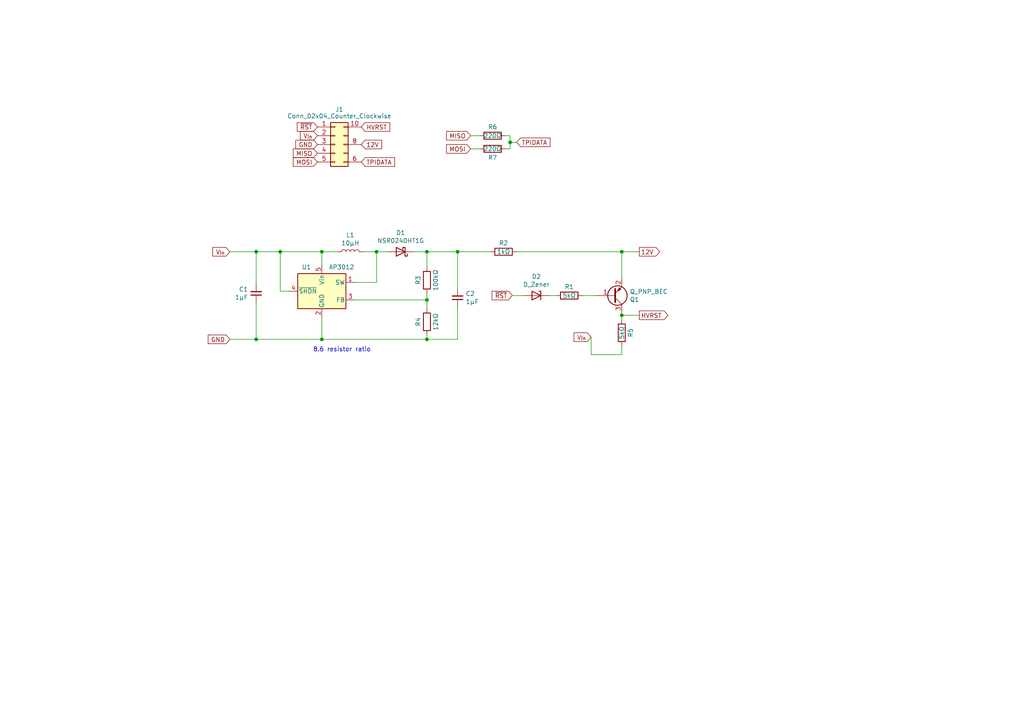
<source format=kicad_sch>
(kicad_sch (version 20211123) (generator eeschema)
  (paper "A4")
  (lib_symbols
    (symbol "Connector_Generic:Conn_02x05_Counter_Clockwise" (pin_names (offset 1.016) hide)
      (property "Reference" "J1" (at 1.27 10.16 0))
      (property "Value" "Conn_02x04_Counter_Clockwise" (at 1.27 8.255 0))
      (symbol "Conn_02x05_Counter_Clockwise_1_1"
        (rectangle (start -1.27 -4.953) (end 0 -5.207) (stroke (width 0.1524)))
        (rectangle (start -1.27 -2.413) (end 0 -2.667) (stroke (width 0.1524)))
        (rectangle (start -1.27 0.127) (end 0 -0.127) (stroke (width 0.1524)))
        (rectangle (start -1.27 2.667) (end 0 2.413) (stroke (width 0.1524)))
        (rectangle (start -1.27 5.207) (end 0 4.953) (stroke (width 0.1524)))
        (rectangle (start -1.27 6.35) (end 3.81 -6.35) (stroke (width 0.254)) (fill (type background)))
        (rectangle (start 3.81 -4.953) (end 2.54 -5.207) (stroke (width 0.1524)))
        (rectangle (start 3.81 -2.413) (end 2.54 -2.667) (stroke (width 0.1524)))
        (rectangle (start 3.81 0.127) (end 2.54 -0.127) (stroke (width 0.1524)))
        (rectangle (start 3.81 2.667) (end 2.54 2.413) (stroke (width 0.1524)))
        (rectangle (start 3.81 5.207) (end 2.54 4.953) (stroke (width 0.1524)))
        (pin passive line (at -5.08 5.08 0) (length 3.81) (name "Pin_1") (number "1"))
        (pin passive line (at 7.62 5.08 180) (length 3.81) (name "Pin_10") (number "10"))
        (pin passive line (at -5.08 2.54 0) (length 3.81) (name "Pin_2") (number "2"))
        (pin passive line (at -5.08 0 0) (length 3.81) (name "Pin_3") (number "3"))
        (pin passive line (at -5.08 -2.54 0) (length 3.81) (name "Pin_4") (number "4"))
        (pin passive line (at -5.08 -5.08 0) (length 3.81) (name "Pin_5") (number "5"))
        (pin passive line (at 7.62 -5.08 180) (length 3.81) (name "Pin_6") (number "6"))
        (pin passive line (at 7.62 0 180) (length 3.81) (name "Pin_8") (number "8"))
      )
    )
    (symbol "Device:C_Small" (pin_numbers hide) (pin_names (offset 0.254) hide)
      (property "Reference" "C" (at 0.254 1.778 0))
      (property "Value" "C_Small" (at 0.254 -2.032 0))
      (symbol "C_Small_0_1"
        (polyline (pts (xy -1.524 -0.508) (xy 1.524 -0.508)) (stroke (width 0.3302)))
        (polyline (pts (xy -1.524 0.508) (xy 1.524 0.508)) (stroke (width 0.3048)))
      )
      (symbol "C_Small_1_1"
        (pin passive line (at 0 2.54 270) (length 2.032) (name "~") (number "1"))
        (pin passive line (at 0 -2.54 90) (length 2.032) (name "~") (number "2"))
      )
    )
    (symbol "Device:D_Schottky" (pin_numbers hide) (pin_names (offset 1.016) hide)
      (property "Reference" "D" (at 0 2.54 0))
      (property "Value" "D_Schottky" (at 0 -2.54 0))
      (symbol "D_Schottky_0_1"
        (polyline (pts (xy 1.27 0) (xy -1.27 0)))
        (polyline (pts (xy 1.27 1.27) (xy 1.27 -1.27) (xy -1.27 0) (xy 1.27 1.27)) (stroke (width 0.254)))
        (polyline (pts (xy -1.905 0.635) (xy -1.905 1.27) (xy -1.27 1.27) (xy -1.27 -1.27) (xy -0.635 -1.27) (xy -0.635 -0.635)) (stroke (width 0.254)))
      )
      (symbol "D_Schottky_1_1"
        (pin passive line (at -3.81 0 0) (length 2.54) (name "K") (number "1"))
        (pin passive line (at 3.81 0 180) (length 2.54) (name "A") (number "2"))
      )
    )
    (symbol "Device:D_Zener" (pin_numbers hide) (pin_names (offset 1.016) hide)
      (property "Reference" "D" (at 0 2.54 0))
      (property "Value" "D_Zener" (at 0 -2.54 0))
      (symbol "D_Zener_0_1"
        (polyline (pts (xy 1.27 0) (xy -1.27 0)))
        (polyline (pts (xy -1.27 -1.27) (xy -1.27 1.27) (xy -0.762 1.27)) (stroke (width 0.254)))
        (polyline (pts (xy 1.27 -1.27) (xy 1.27 1.27) (xy -1.27 0) (xy 1.27 -1.27)) (stroke (width 0.254)))
      )
      (symbol "D_Zener_1_1"
        (pin passive line (at -3.81 0 0) (length 2.54) (name "K") (number "1"))
        (pin passive line (at 3.81 0 180) (length 2.54) (name "A") (number "2"))
      )
    )
    (symbol "Device:L" (pin_numbers hide) (pin_names (offset 1.016) hide)
      (property "Reference" "L" (at -1.27 0 90))
      (property "Value" "L" (at 1.905 0 90))
      (symbol "L_0_1"
        (arc (start 0 -2.54) (mid 0.635 -1.905) (end 0 -1.27))
        (arc (start 0 -1.27) (mid 0.635 -0.635) (end 0 0))
        (arc (start 0 0) (mid 0.635 0.635) (end 0 1.27))
        (arc (start 0 1.27) (mid 0.635 1.905) (end 0 2.54))
      )
      (symbol "L_1_1"
        (pin passive line (at 0 3.81 270) (length 1.27) (name "1") (number "1"))
        (pin passive line (at 0 -3.81 90) (length 1.27) (name "2") (number "2"))
      )
    )
    (symbol "Device:Q_PNP_BEC" (pin_names (offset 0) hide)
      (property "Reference" "Q" (at 5.08 1.27 0))
      (property "Value" "Q_PNP_BEC" (at 5.08 -1.27 0))
      (symbol "Q_PNP_BEC_0_1"
        (polyline (pts (xy 0.635 0.635) (xy 2.54 2.54)))
        (polyline (pts (xy 0.635 -0.635) (xy 2.54 -2.54) (xy 2.54 -2.54)))
        (polyline (pts (xy 0.635 1.905) (xy 0.635 -1.905) (xy 0.635 -1.905)) (stroke (width 0.508)))
        (polyline (pts (xy 2.286 -1.778) (xy 1.778 -2.286) (xy 1.27 -1.27) (xy 2.286 -1.778) (xy 2.286 -1.778)) (fill (type outline)))
        (circle (center 1.27 0) (radius 2.8194) (stroke (width 0.254)))
      )
      (symbol "Q_PNP_BEC_1_1"
        (pin input line (at -5.08 0 0) (length 5.715) (name "B") (number "1"))
        (pin passive line (at 2.54 -5.08 90) (length 2.54) (name "E") (number "2"))
        (pin passive line (at 2.54 5.08 270) (length 2.54) (name "C") (number "3"))
      )
    )
    (symbol "Device:R" (pin_numbers hide) (pin_names (offset 0))
      (property "Reference" "R" (at 2.032 0 90))
      (property "Value" "R" (at 0 0 90))
      (symbol "R_0_1"
        (rectangle (start -1.016 -2.54) (end 1.016 2.54) (stroke (width 0.254)))
      )
      (symbol "R_1_1"
        (pin passive line (at 0 3.81 270) (length 1.27) (name "~") (number "1"))
        (pin passive line (at 0 -3.81 90) (length 1.27) (name "~") (number "2"))
      )
    )
    (symbol "HV_TPI_tool:AP3012" (pin_names (offset 0.254))
      (property "Reference" "U" (at 1.905 8.255 0))
      (property "Value" "AP3012" (at 1.27 6.35 0))
      (symbol "AP3012_0_1"
        (rectangle (start -6.985 -5.08) (end 6.985 5.08) (stroke (width 0.254)) (fill (type background)))
      )
      (symbol "AP3012_1_1"
        (pin passive line (at 9.525 2.54 180) (length 2.54) (name "SW") (number "1"))
        (pin power_in line (at 0 -7.62 90) (length 2.54) (name "GND") (number "2"))
        (pin power_out line (at 9.525 -2.54 180) (length 2.54) (name "FB") (number "3"))
        (pin passive line (at -9.525 0 0) (length 2.54) (name "~{SHDN}") (number "4"))
        (pin power_in line (at 0 7.62 270) (length 2.54) (name "Vin") (number "5"))
      )
    )
  )
  (junction (at 109.22 73.025))
  (junction (at 180.34 91.44))
  (junction (at 147.955 41.275))
  (junction (at 93.345 73.025))
  (junction (at 81.28 73.025))
  (junction (at 132.715 73.025))
  (junction (at 93.345 98.425))
  (junction (at 123.825 86.995))
  (junction (at 180.34 73.025))
  (junction (at 74.295 98.425))
  (junction (at 74.295 73.025))
  (junction (at 123.825 98.425))
  (junction (at 123.825 73.025))
  (wire (pts (xy 102.87 86.995) (xy 123.825 86.995)))
  (wire (pts (xy 147.955 39.37) (xy 146.685 39.37)))
  (wire (pts (xy 123.825 73.025) (xy 123.825 77.47)))
  (wire (pts (xy 180.34 73.025) (xy 180.34 80.645)))
  (wire (pts (xy 180.34 102.87) (xy 171.45 102.87)))
  (wire (pts (xy 123.825 85.09) (xy 123.825 86.995)))
  (wire (pts (xy 81.28 84.455) (xy 81.28 73.025)))
  (wire (pts (xy 74.295 73.025) (xy 74.295 82.55)))
  (wire (pts (xy 180.34 100.33) (xy 180.34 102.87)))
  (wire (pts (xy 147.955 43.18) (xy 147.955 41.275)))
  (wire (pts (xy 81.28 73.025) (xy 93.345 73.025)))
  (wire (pts (xy 123.825 73.025) (xy 132.715 73.025)))
  (wire (pts (xy 159.385 85.725) (xy 161.29 85.725)))
  (wire (pts (xy 93.345 98.425) (xy 74.295 98.425)))
  (wire (pts (xy 105.41 73.025) (xy 109.22 73.025)))
  (wire (pts (xy 136.525 39.37) (xy 139.065 39.37)))
  (wire (pts (xy 180.34 91.44) (xy 180.34 92.71)))
  (wire (pts (xy 180.34 91.44) (xy 185.42 91.44)))
  (wire (pts (xy 93.345 76.835) (xy 93.345 73.025)))
  (wire (pts (xy 109.22 81.915) (xy 109.22 73.025)))
  (wire (pts (xy 132.715 88.9) (xy 132.715 98.425)))
  (wire (pts (xy 149.86 73.025) (xy 180.34 73.025)))
  (wire (pts (xy 180.34 73.025) (xy 185.42 73.025)))
  (wire (pts (xy 132.715 73.025) (xy 142.24 73.025)))
  (wire (pts (xy 66.675 98.425) (xy 74.295 98.425)))
  (wire (pts (xy 93.345 98.425) (xy 93.345 92.075)))
  (wire (pts (xy 136.525 43.18) (xy 139.065 43.18)))
  (wire (pts (xy 149.86 41.275) (xy 147.955 41.275)))
  (wire (pts (xy 74.295 73.025) (xy 81.28 73.025)))
  (wire (pts (xy 146.685 43.18) (xy 147.955 43.18)))
  (wire (pts (xy 74.295 98.425) (xy 74.295 87.63)))
  (wire (pts (xy 102.87 81.915) (xy 109.22 81.915)))
  (wire (pts (xy 123.825 98.425) (xy 93.345 98.425)))
  (wire (pts (xy 123.825 86.995) (xy 123.825 89.535)))
  (wire (pts (xy 132.715 73.025) (xy 132.715 83.82)))
  (wire (pts (xy 93.345 73.025) (xy 97.79 73.025)))
  (wire (pts (xy 171.45 97.79) (xy 171.45 102.87)))
  (wire (pts (xy 109.22 73.025) (xy 112.395 73.025)))
  (wire (pts (xy 120.015 73.025) (xy 123.825 73.025)))
  (wire (pts (xy 180.34 90.805) (xy 180.34 91.44)))
  (wire (pts (xy 66.675 73.025) (xy 74.295 73.025)))
  (wire (pts (xy 123.825 97.155) (xy 123.825 98.425)))
  (wire (pts (xy 168.91 85.725) (xy 172.72 85.725)))
  (wire (pts (xy 132.715 98.425) (xy 123.825 98.425)))
  (wire (pts (xy 83.82 84.455) (xy 81.28 84.455)))
  (wire (pts (xy 148.59 85.725) (xy 151.765 85.725)))
  (wire (pts (xy 147.955 41.275) (xy 147.955 39.37)))
  (text "8.6 resistor ratio" (at 90.805 102.235 0) (effects (font (size 1.27 1.27)) (justify left bottom)))
  (global_label "MISO" (shape input) (at 136.525 39.37 180) (property "Intersheet References" "${INTERSHEET_REFS}" (effects hide)))
  (global_label "V_{in}" (shape input) (at 171.45 97.79 180) (property "Intersheet References" "${INTERSHEET_REFS}" (effects hide)))
  (global_label "12V" (shape output) (at 185.42 73.025 0) (property "Intersheet References" "${INTERSHEET_REFS}" (effects hide)))
  (global_label "HVRST" (shape input) (at 104.775 36.83 0) (property "Intersheet References" "${INTERSHEET_REFS}" (effects hide)))
  (global_label "~{RST}" (shape input) (at 148.59 85.725 180) (property "Intersheet References" "${INTERSHEET_REFS}" (effects hide)))
  (global_label "~{RST}" (shape input) (at 92.075 36.83 180) (property "Intersheet References" "${INTERSHEET_REFS}" (effects hide)))
  (global_label "TPIDATA" (shape input) (at 104.775 46.99 0) (property "Intersheet References" "${INTERSHEET_REFS}" (effects hide)))
  (global_label "HVRST" (shape output) (at 185.42 91.44 0) (property "Intersheet References" "${INTERSHEET_REFS}" (effects hide)))
  (global_label "GND" (shape input) (at 66.675 98.425 180) (property "Intersheet References" "${INTERSHEET_REFS}" (effects hide)))
  (global_label "GND" (shape input) (at 92.075 41.91 180) (property "Intersheet References" "${INTERSHEET_REFS}" (effects hide)))
  (global_label "TPIDATA" (shape input) (at 149.86 41.275 0) (property "Intersheet References" "${INTERSHEET_REFS}" (effects hide)))
  (global_label "12V" (shape input) (at 104.775 41.91 0) (property "Intersheet References" "${INTERSHEET_REFS}" (effects hide)))
  (global_label "MOSI" (shape input) (at 92.075 46.99 180) (property "Intersheet References" "${INTERSHEET_REFS}" (effects hide)))
  (global_label "MOSI" (shape input) (at 136.525 43.18 180) (property "Intersheet References" "${INTERSHEET_REFS}" (effects hide)))
  (global_label "V_{in}" (shape input) (at 66.675 73.025 180) (property "Intersheet References" "${INTERSHEET_REFS}" (effects hide)))
  (global_label "V_{in}" (shape input) (at 92.075 39.37 180) (property "Intersheet References" "${INTERSHEET_REFS}" (effects hide)))
  (global_label "MISO" (shape input) (at 92.075 44.45 180) (property "Intersheet References" "${INTERSHEET_REFS}" (effects hide)))
  (symbol (lib_id "Device:Q_PNP_BEC") (at 177.8 85.725 0) (mirror x) (unit 1)
    (property "Reference" "Q1" (at 182.6514 86.8934 0) (effects (justify left)))
    (property "Value" "Q_PNP_BEC" (at 182.6514 84.582 0) (effects (justify left)))
    (property "Footprint" "Package_TO_SOT_SMD:SOT-23" (effects hide))
  )
  (symbol (lib_id "Device:R") (at 165.1 85.725 270) (unit 1)
    (property "Reference" "R1" (at 165.1 83.185 90))
    (property "Value" "5kΩ" (at 165.1 85.725 90))
    (property "Footprint" "Resistor_SMD:R_0805_2012Metric" (effects hide))
  )
  (symbol (lib_id "Device:R") (at 146.05 73.025 270) (unit 1)
    (property "Reference" "R2" (at 146.05 70.485 90))
    (property "Value" "1kΩ" (at 146.05 73.025 90))
    (property "Footprint" "Resistor_SMD:R_0805_2012Metric" (effects hide))
  )
  (symbol (lib_id "HV_TPI_tool:AP3012") (at 93.345 84.455 0) (unit 1)
    (property "Reference" "U1" (at 88.9 77.47 0))
    (property "Value" "AP3012" (at 99.06 77.47 0))
    (property "Footprint" "Package_TO_SOT_SMD:SOT-23-5" (effects hide))
    (property "Datasheet" "http://pdfserv.maximintegrated.com/en/ds/MAX663-MAX666.pdf" (effects hide))
  )
  (symbol (lib_id "Device:L") (at 101.6 73.025 90) (unit 1)
    (property "Reference" "L1" (at 101.6 68.199 90))
    (property "Value" "10μH" (at 101.6 70.5104 90))
    (property "Footprint" "Inductor_SMD:L_0805_2012Metric" (effects hide))
  )
  (symbol (lib_id "Device:D_Schottky") (at 116.205 73.025 180) (unit 1)
    (property "Reference" "D1" (at 116.205 67.5132 0))
    (property "Value" "NSR0240HT1G" (at 116.205 69.8246 0))
    (property "Footprint" "Diode_SMD:D_SOD-323" (effects hide))
    (property "Datasheet" "https://www.onsemi.com/pdf/datasheet/nsr0240h-d.pdf" (effects hide))
  )
  (symbol (lib_id "Device:R") (at 123.825 81.28 180) (unit 1)
    (property "Reference" "R3" (at 121.285 81.28 90))
    (property "Value" "100kΩ" (at 126.365 81.28 90))
    (property "Footprint" "Resistor_SMD:R_0805_2012Metric" (effects hide))
  )
  (symbol (lib_id "Device:R") (at 123.825 93.345 180) (unit 1)
    (property "Reference" "R4" (at 121.285 93.345 90))
    (property "Value" "12kΩ" (at 126.365 93.345 90))
    (property "Footprint" "Resistor_SMD:R_0805_2012Metric" (effects hide))
  )
  (symbol (lib_id "Device:C_Small") (at 74.295 85.09 0) (mirror x) (unit 1)
    (property "Reference" "C1" (at 71.9836 83.9216 0) (effects (justify right)))
    (property "Value" "1μF" (at 71.9836 86.233 0) (effects (justify right)))
    (property "Footprint" "Capacitor_SMD:C_0805_2012Metric" (effects hide))
  )
  (symbol (lib_id "Device:C_Small") (at 132.715 86.36 180) (unit 1)
    (property "Reference" "C2" (at 135.0518 85.1916 0) (effects (justify right)))
    (property "Value" "1μF" (at 135.0518 87.503 0) (effects (justify right)))
    (property "Footprint" "Capacitor_SMD:C_0805_2012Metric" (effects hide))
  )
  (symbol (lib_id "Device:D_Zener") (at 155.575 85.725 0) (mirror y) (unit 1)
    (property "Reference" "D2" (at 155.575 80.2132 0))
    (property "Value" "D_Zener" (at 155.575 82.5246 0))
    (property "Footprint" "Diode_SMD:D_MiniMELF" (effects hide))
  )
  (symbol (lib_id "Device:R") (at 180.34 96.52 180) (unit 1)
    (property "Reference" "R5" (at 182.88 96.52 90))
    (property "Value" "5kΩ" (at 180.34 96.52 90))
    (property "Footprint" "Resistor_SMD:R_0805_2012Metric" (effects hide))
  )
  (symbol (lib_id "Device:R") (at 142.875 39.37 270) (unit 1)
    (property "Reference" "R6" (at 142.875 36.83 90))
    (property "Value" "220Ω" (at 142.875 39.37 90))
    (property "Footprint" "Resistor_SMD:R_0805_2012Metric" (effects hide))
  )
  (symbol (lib_id "Connector_Generic:Conn_02x05_Counter_Clockwise") (at 97.155 41.91 0) (unit 1)
    (property "Reference" "J1" (at 98.425 31.75 0))
    (property "Value" "Conn_02x04_Counter_Clockwise" (at 98.425 33.655 0))
    (property "Footprint" "Package_DIP:DIP-10_W7.62mm" (effects hide))
  )
  (symbol (lib_id "Device:R") (at 142.875 43.18 90) (unit 1)
    (property "Reference" "R7" (at 142.875 45.72 90))
    (property "Value" "220Ω" (at 142.875 43.18 90))
    (property "Footprint" "Resistor_SMD:R_0805_2012Metric" (effects hide))
  )
)
</source>
